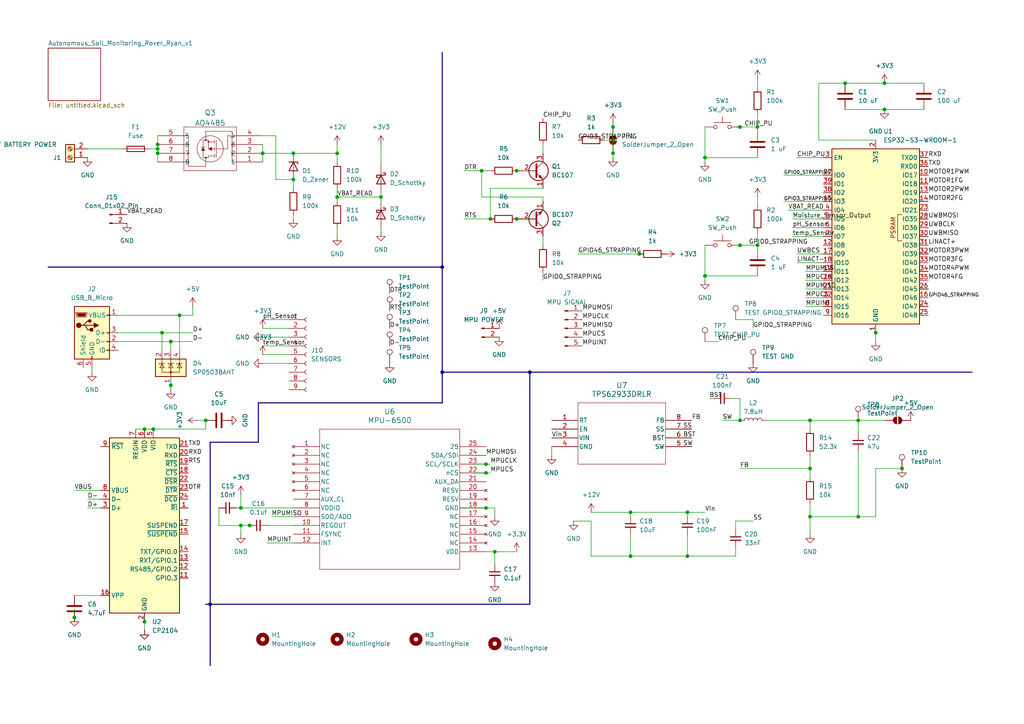
<source format=kicad_sch>
(kicad_sch (version 20231120) (generator "eeschema") (generator_version "8.0")
  (paper "A4")
  (junction (at 45.72 41.91))
  (junction (at 204.47 80.01))
  (junction (at 182.88 161.29))
  (junction (at 49.53 99.06))
  (junction (at 41.91 180.34))
  (junction (at 199.39 148.59))
  (junction (at 149.86 63.5))
  (junction (at 149.86 49.53))
  (junction (at 256.54 24.13))
  (junction (at 142.24 63.5))
  (junction (at 185.42 73.66))
  (junction (at 214.63 121.92))
  (junction (at 52.07 91.44))
  (junction (at 110.49 57.15))
  (junction (at 139.7 49.53))
  (junction (at 153.67 107.95))
  (junction (at 254 96.52))
  (junction (at 219.71 36.83))
  (junction (at 45.72 43.18))
  (junction (at 85.09 44.45))
  (junction (at 248.92 121.92))
  (junction (at 128.27 77.47))
  (junction (at 69.85 147.32))
  (junction (at 140.97 134.62))
  (junction (at 245.11 24.13))
  (junction (at 261.62 135.89))
  (junction (at 219.71 71.12))
  (junction (at 234.95 149.86))
  (junction (at 41.91 124.46))
  (junction (at 59.69 121.92))
  (junction (at 177.8 44.45))
  (junction (at 69.85 152.4))
  (junction (at 177.8 40.64))
  (junction (at 234.95 121.92))
  (junction (at 21.59 179.07))
  (junction (at 44.45 124.46))
  (junction (at 234.95 135.89))
  (junction (at 204.47 45.72))
  (junction (at 177.8 36.83))
  (junction (at 49.53 111.76))
  (junction (at 214.63 36.83))
  (junction (at 182.88 148.59))
  (junction (at 60.96 175.26))
  (junction (at 76.2 44.45))
  (junction (at 128.27 107.95))
  (junction (at 46.99 96.52))
  (junction (at 140.97 137.16))
  (junction (at 140.97 147.32))
  (junction (at 248.92 149.86))
  (junction (at 199.39 161.29))
  (junction (at 214.63 71.12))
  (junction (at 97.79 44.45))
  (junction (at 143.51 160.02))
  (junction (at 97.79 57.15))
  (junction (at 85.09 52.07))
  (junction (at 72.39 152.4))
  (junction (at 256.54 31.75))
  (junction (at 45.72 44.45))
  (wire (pts (xy 134.62 49.53) (xy 139.7 49.53)))
  (wire (pts (xy 204.47 45.72) (xy 204.47 46.99)))
  (wire (pts (xy 157.48 57.15) (xy 157.48 58.42)))
  (wire (pts (xy 233.68 88.9) (xy 238.76 88.9)))
  (wire (pts (xy 229.87 63.5) (xy 238.76 63.5)))
  (wire (pts (xy 231.14 45.72) (xy 238.76 45.72)))
  (wire (pts (xy 137.16 137.16) (xy 140.97 137.16)))
  (bus (pts (xy 128.27 116.84) (xy 128.27 107.95)))
  (wire (pts (xy 213.36 161.29) (xy 213.36 158.75)))
  (wire (pts (xy 177.8 35.56) (xy 177.8 36.83)))
  (wire (pts (xy 49.53 99.06) (xy 49.53 101.6)))
  (wire (pts (xy 234.95 135.89) (xy 234.95 138.43)))
  (wire (pts (xy 45.72 44.45) (xy 45.72 46.99)))
  (wire (pts (xy 204.47 80.01) (xy 204.47 81.28)))
  (wire (pts (xy 254 149.86) (xy 254 135.89)))
  (wire (pts (xy 212.09 115.57) (xy 214.63 115.57)))
  (wire (pts (xy 143.51 147.32) (xy 143.51 149.86)))
  (wire (pts (xy 219.71 36.83) (xy 219.71 38.1)))
  (wire (pts (xy 182.88 148.59) (xy 199.39 148.59)))
  (wire (pts (xy 204.47 45.72) (xy 219.71 45.72)))
  (wire (pts (xy 69.85 152.4) (xy 69.85 154.94)))
  (wire (pts (xy 76.2 102.87) (xy 83.82 102.87)))
  (wire (pts (xy 218.44 92.71) (xy 218.44 95.25)))
  (wire (pts (xy 157.48 78.74) (xy 157.48 81.28)))
  (wire (pts (xy 21.59 179.07) (xy 21.59 180.34)))
  (wire (pts (xy 76.2 105.41) (xy 83.82 105.41)))
  (wire (pts (xy 157.48 41.91) (xy 157.48 44.45)))
  (wire (pts (xy 110.49 41.91) (xy 110.49 48.26)))
  (wire (pts (xy 41.91 124.46) (xy 44.45 124.46)))
  (bus (pts (xy 13.97 77.47) (xy 128.27 77.47)))
  (wire (pts (xy 73.66 152.4) (xy 72.39 152.4)))
  (wire (pts (xy 248.92 130.81) (xy 248.92 149.86)))
  (wire (pts (xy 52.07 91.44) (xy 55.88 91.44)))
  (wire (pts (xy 63.5 147.32) (xy 63.5 152.4)))
  (bus (pts (xy 74.93 116.84) (xy 128.27 116.84)))
  (wire (pts (xy 204.47 36.83) (xy 204.47 45.72)))
  (wire (pts (xy 198.12 124.46) (xy 200.66 124.46)))
  (wire (pts (xy 154.94 49.53) (xy 149.86 49.53)))
  (wire (pts (xy 213.36 151.13) (xy 218.44 151.13)))
  (wire (pts (xy 233.68 83.82) (xy 238.76 83.82)))
  (wire (pts (xy 219.71 22.86) (xy 219.71 25.4)))
  (wire (pts (xy 227.33 58.42) (xy 238.76 58.42)))
  (wire (pts (xy 85.09 52.07) (xy 85.09 54.61)))
  (bus (pts (xy 153.67 107.95) (xy 153.67 175.26)))
  (wire (pts (xy 76.2 41.91) (xy 76.2 44.45)))
  (wire (pts (xy 198.12 127) (xy 200.66 127)))
  (wire (pts (xy 46.99 96.52) (xy 46.99 101.6)))
  (wire (pts (xy 248.92 121.92) (xy 256.54 121.92)))
  (wire (pts (xy 229.87 68.58) (xy 238.76 68.58)))
  (wire (pts (xy 41.91 180.34) (xy 41.91 182.88)))
  (wire (pts (xy 204.47 99.06) (xy 208.28 99.06)))
  (wire (pts (xy 213.36 71.12) (xy 214.63 71.12)))
  (wire (pts (xy 45.72 43.18) (xy 45.72 44.45)))
  (wire (pts (xy 85.09 44.45) (xy 97.79 44.45)))
  (wire (pts (xy 143.51 160.02) (xy 149.86 160.02)))
  (wire (pts (xy 139.7 49.53) (xy 142.24 49.53)))
  (wire (pts (xy 49.53 99.06) (xy 55.88 99.06)))
  (wire (pts (xy 85.09 49.53) (xy 85.09 52.07)))
  (wire (pts (xy 76.2 92.71) (xy 83.82 92.71)))
  (wire (pts (xy 171.45 148.59) (xy 182.88 148.59)))
  (wire (pts (xy 25.4 147.32) (xy 29.21 147.32)))
  (wire (pts (xy 25.4 43.18) (xy 35.56 43.18)))
  (wire (pts (xy 97.79 57.15) (xy 97.79 58.42)))
  (wire (pts (xy 80.01 52.07) (xy 85.09 52.07)))
  (wire (pts (xy 209.55 121.92) (xy 214.63 121.92)))
  (wire (pts (xy 76.2 44.45) (xy 76.2 46.99)))
  (wire (pts (xy 97.79 54.61) (xy 97.79 57.15)))
  (wire (pts (xy 254 135.89) (xy 261.62 135.89)))
  (wire (pts (xy 234.95 146.05) (xy 234.95 149.86)))
  (wire (pts (xy 204.47 71.12) (xy 204.47 80.01)))
  (wire (pts (xy 233.68 86.36) (xy 238.76 86.36)))
  (wire (pts (xy 177.8 44.45) (xy 177.8 45.72)))
  (wire (pts (xy 97.79 44.45) (xy 97.79 41.91)))
  (wire (pts (xy 49.53 109.22) (xy 49.53 111.76)))
  (wire (pts (xy 157.48 68.58) (xy 157.48 71.12)))
  (wire (pts (xy 110.49 58.42) (xy 110.49 57.15)))
  (wire (pts (xy 43.18 43.18) (xy 45.72 43.18)))
  (wire (pts (xy 256.54 24.13) (xy 256.54 22.86)))
  (wire (pts (xy 199.39 148.59) (xy 199.39 149.86)))
  (wire (pts (xy 76.2 100.33) (xy 83.82 100.33)))
  (wire (pts (xy 222.25 121.92) (xy 234.95 121.92)))
  (wire (pts (xy 34.29 99.06) (xy 49.53 99.06)))
  (wire (pts (xy 248.92 121.92) (xy 248.92 125.73)))
  (wire (pts (xy 219.71 57.15) (xy 219.71 59.69)))
  (wire (pts (xy 227.33 50.8) (xy 238.76 50.8)))
  (wire (pts (xy 134.62 63.5) (xy 142.24 63.5)))
  (wire (pts (xy 143.51 160.02) (xy 143.51 163.83)))
  (wire (pts (xy 199.39 148.59) (xy 204.47 148.59)))
  (wire (pts (xy 59.69 121.92) (xy 59.69 124.46)))
  (wire (pts (xy 237.49 40.64) (xy 254 40.64)))
  (wire (pts (xy 140.97 147.32) (xy 143.51 147.32)))
  (wire (pts (xy 228.6 60.96) (xy 238.76 60.96)))
  (wire (pts (xy 160.02 129.54) (xy 160.02 132.08)))
  (wire (pts (xy 57.15 121.92) (xy 59.69 121.92)))
  (bus (pts (xy 60.96 175.26) (xy 60.96 193.04)))
  (wire (pts (xy 245.11 24.13) (xy 256.54 24.13)))
  (wire (pts (xy 21.59 172.72) (xy 29.21 172.72)))
  (wire (pts (xy 234.95 121.92) (xy 234.95 124.46)))
  (wire (pts (xy 175.26 40.64) (xy 177.8 40.64)))
  (wire (pts (xy 248.92 149.86) (xy 234.95 149.86)))
  (wire (pts (xy 182.88 148.59) (xy 182.88 149.86)))
  (wire (pts (xy 52.07 101.6) (xy 52.07 91.44)))
  (wire (pts (xy 237.49 24.13) (xy 237.49 40.64)))
  (wire (pts (xy 234.95 121.92) (xy 248.92 121.92)))
  (wire (pts (xy 133.35 147.32) (xy 140.97 147.32)))
  (bus (pts (xy 128.27 15.24) (xy 128.27 77.47)))
  (wire (pts (xy 97.79 44.45) (xy 97.79 46.99)))
  (wire (pts (xy 139.7 57.15) (xy 157.48 57.15)))
  (wire (pts (xy 219.71 71.12) (xy 219.71 67.31)))
  (wire (pts (xy 21.59 142.24) (xy 29.21 142.24)))
  (wire (pts (xy 68.58 147.32) (xy 69.85 147.32)))
  (wire (pts (xy 69.85 143.51) (xy 69.85 147.32)))
  (wire (pts (xy 219.71 71.12) (xy 219.71 72.39)))
  (wire (pts (xy 139.7 49.53) (xy 139.7 57.15)))
  (wire (pts (xy 186.69 73.66) (xy 185.42 73.66)))
  (wire (pts (xy 256.54 24.13) (xy 267.97 24.13)))
  (wire (pts (xy 110.49 55.88) (xy 110.49 57.15)))
  (wire (pts (xy 67.31 121.92) (xy 66.04 121.92)))
  (wire (pts (xy 199.39 161.29) (xy 213.36 161.29)))
  (wire (pts (xy 77.47 152.4) (xy 85.09 152.4)))
  (wire (pts (xy 234.95 149.86) (xy 234.95 154.94)))
  (wire (pts (xy 140.97 160.02) (xy 143.51 160.02)))
  (wire (pts (xy 205.74 115.57) (xy 207.01 115.57)))
  (wire (pts (xy 55.88 91.44) (xy 55.88 88.9)))
  (wire (pts (xy 78.74 149.86) (xy 85.09 149.86)))
  (wire (pts (xy 137.16 134.62) (xy 140.97 134.62)))
  (bus (pts (xy 153.67 107.95) (xy 281.94 107.95)))
  (wire (pts (xy 77.47 157.48) (xy 85.09 157.48)))
  (wire (pts (xy 110.49 66.04) (xy 110.49 67.31)))
  (wire (pts (xy 34.29 96.52) (xy 46.99 96.52)))
  (wire (pts (xy 76.2 95.25) (xy 83.82 95.25)))
  (wire (pts (xy 25.4 144.78) (xy 29.21 144.78)))
  (wire (pts (xy 45.72 39.37) (xy 45.72 41.91)))
  (bus (pts (xy 74.93 128.27) (xy 74.93 116.84)))
  (wire (pts (xy 171.45 161.29) (xy 182.88 161.29)))
  (wire (pts (xy 233.68 78.74) (xy 238.76 78.74)))
  (wire (pts (xy 229.87 66.04) (xy 238.76 66.04)))
  (wire (pts (xy 26.67 106.68) (xy 26.67 107.95)))
  (wire (pts (xy 63.5 152.4) (xy 69.85 152.4)))
  (bus (pts (xy 60.96 128.27) (xy 60.96 175.26)))
  (wire (pts (xy 198.12 129.54) (xy 200.66 129.54)))
  (wire (pts (xy 167.64 73.66) (xy 185.42 73.66)))
  (wire (pts (xy 41.91 179.07) (xy 41.91 180.34)))
  (bus (pts (xy 128.27 77.47) (xy 128.27 107.95)))
  (wire (pts (xy 34.29 91.44) (xy 52.07 91.44)))
  (wire (pts (xy 204.47 80.01) (xy 219.71 80.01)))
  (wire (pts (xy 214.63 71.12) (xy 219.71 71.12)))
  (wire (pts (xy 177.8 40.64) (xy 177.8 44.45)))
  (wire (pts (xy 137.16 132.08) (xy 140.97 132.08)))
  (wire (pts (xy 142.24 54.61) (xy 142.24 63.5)))
  (wire (pts (xy 177.8 36.83) (xy 177.8 40.64)))
  (bus (pts (xy 59.69 175.26) (xy 60.96 175.26)))
  (wire (pts (xy 213.36 92.71) (xy 218.44 92.71)))
  (wire (pts (xy 214.63 135.89) (xy 234.95 135.89)))
  (wire (pts (xy 45.72 41.91) (xy 45.72 43.18)))
  (wire (pts (xy 72.39 152.4) (xy 69.85 152.4)))
  (wire (pts (xy 182.88 161.29) (xy 199.39 161.29)))
  (wire (pts (xy 46.99 96.52) (xy 55.88 96.52)))
  (wire (pts (xy 69.85 147.32) (xy 85.09 147.32)))
  (bus (pts (xy 60.96 175.26) (xy 153.67 175.26)))
  (wire (pts (xy 97.79 57.15) (xy 110.49 57.15)))
  (wire (pts (xy 254 96.52) (xy 254 99.06)))
  (wire (pts (xy 219.71 36.83) (xy 219.71 33.02)))
  (wire (pts (xy 214.63 115.57) (xy 214.63 121.92)))
  (wire (pts (xy 21.59 176.53) (xy 21.59 179.07)))
  (wire (pts (xy 234.95 132.08) (xy 234.95 135.89)))
  (wire (pts (xy 214.63 36.83) (xy 219.71 36.83)))
  (wire (pts (xy 76.2 44.45) (xy 85.09 44.45)))
  (wire (pts (xy 231.14 76.2) (xy 238.76 76.2)))
  (wire (pts (xy 182.88 154.94) (xy 182.88 161.29)))
  (wire (pts (xy 85.09 62.23) (xy 85.09 63.5)))
  (wire (pts (xy 97.79 66.04) (xy 97.79 68.58)))
  (wire (pts (xy 199.39 154.94) (xy 199.39 161.29)))
  (wire (pts (xy 256.54 31.75) (xy 267.97 31.75)))
  (wire (pts (xy 80.01 39.37) (xy 80.01 52.07)))
  (wire (pts (xy 248.92 149.86) (xy 254 149.86)))
  (wire (pts (xy 149.86 63.5) (xy 154.94 63.5)))
  (wire (pts (xy 76.2 39.37) (xy 80.01 39.37)))
  (bus (pts (xy 60.96 128.27) (xy 74.93 128.27)))
  (wire (pts (xy 166.37 151.13) (xy 171.45 151.13)))
  (wire (pts (xy 237.49 24.13) (xy 245.11 24.13)))
  (wire (pts (xy 213.36 36.83) (xy 214.63 36.83)))
  (wire (pts (xy 254 93.98) (xy 254 96.52)))
  (wire (pts (xy 49.53 111.76) (xy 49.53 113.03)))
  (wire (pts (xy 39.37 124.46) (xy 41.91 124.46)))
  (wire (pts (xy 231.14 73.66) (xy 238.76 73.66)))
  (bus (pts (xy 128.27 107.95) (xy 153.67 107.95)))
  (wire (pts (xy 140.97 137.16) (xy 142.24 137.16)))
  (wire (pts (xy 157.48 54.61) (xy 142.24 54.61)))
  (wire (pts (xy 140.97 134.62) (xy 142.24 134.62)))
  (wire (pts (xy 44.45 124.46) (xy 59.69 124.46)))
  (wire (pts (xy 171.45 151.13) (xy 171.45 161.29)))
  (wire (pts (xy 76.2 97.79) (xy 83.82 97.79)))
  (wire (pts (xy 233.68 81.28) (xy 238.76 81.28)))
  (wire (pts (xy 213.36 153.67) (xy 213.36 151.13)))
  (wire (pts (xy 245.11 31.75) (xy 256.54 31.75)))
  (label "VBAT_READ" (at 36.83 62.23 0))
  (label "GPIO0_STRAPPING" (at 217.17 71.12 0))
  (label "MPUMOSI" (at 140.97 132.08 0))
  (label "RXD" (at 54.61 132.08 0))
  (label "MPUMISO" (at 233.68 83.82 0))
  (label "UWBMOSI" (at 269.24 63.5 0))
  (label "temp_Sensor" (at 76.2 100.33 0))
  (label "MOTOR4FG" (at 269.24 81.28 0))
  (label "D+" (at 113.03 95.25 0))
  (label "MPUINT" (at 233.68 88.9 0))
  (label "BST" (at 205.74 115.57 0))
  (label "FB" (at 200.66 121.92 0))
  (label "TXD" (at 54.61 129.54 0))
  (label "VBAT_READ" (at 228.6 60.96 0))
  (label "MOTOR1FG" (at 269.24 53.34 0))
  (label "CHIP_PU" (at 215.9 36.83 0))
  (label "GPIO46_STRAPPING" (at 167.64 73.66 0))
  (label "RTS" (at 113.03 90.17 0))
  (label "MPUCS" (at 168.91 97.79 0))
  (label "VBAT_READ" (at 97.79 57.15 0))
  (label "LINACT+" (at 269.24 71.12 0))
  (label "SW" (at 198.12 129.54 0))
  (label "D-" (at 55.88 99.06 0))
  (label "MOTOR4PWM" (at 269.24 78.74 0))
  (label "Vin" (at 204.47 148.59 0))
  (label "DTR" (at 113.03 85.09 0))
  (label "LINACT-" (at 231.14 76.2 0))
  (label "RXD" (at 269.24 45.72 0))
  (label "MPUMOSI" (at 233.68 78.74 0))
  (label "MPUMISO" (at 78.74 149.86 0))
  (label "pH_Sensor" (at 76.2 92.71 0))
  (label "TXD" (at 269.24 48.26 0))
  (label "Moisture_Sensor_Output" (at 229.87 63.5 0))
  (label "GPIO46_STRAPPING" (at 269.24 86.36 0) (effects (font (size 1.016 1.016))))
  (label "MPUINT" (at 168.91 100.33 0))
  (label "GPIO0_STRAPPING" (at 227.33 50.8 0) (effects (font (size 1.016 1.016))))
  (label "SS" (at 198.12 124.46 0))
  (label "MPUCS" (at 233.68 86.36 0))
  (label "FB" (at 214.63 135.89 0))
  (label "RTS" (at 54.61 134.62 0))
  (label "GPIO3_STRAPPING" (at 167.64 40.64 0))
  (label "VBUS" (at 21.59 142.24 0))
  (label "UWBCLK" (at 269.24 66.04 0))
  (label "MPUMOSI" (at 168.91 90.17 0))
  (label "D+" (at 25.4 147.32 0))
  (label "MOTOR2PWM" (at 269.24 55.88 0))
  (label "MPUCS" (at 142.24 137.16 0))
  (label "DTR" (at 54.61 142.24 0))
  (label "MOTOR2FG" (at 269.24 58.42 0))
  (label "MOTOR3FG" (at 269.24 76.2 0))
  (label "MOTOR1PWM" (at 269.24 50.8 0))
  (label "DTR" (at 134.62 49.53 0))
  (label "UWBMISO" (at 269.24 68.58 0))
  (label "MPUCLK" (at 142.24 134.62 0))
  (label "MPUMISO" (at 168.91 95.25 0))
  (label "CHIP_PU" (at 157.48 34.29 0))
  (label "RTS" (at 134.62 63.5 0))
  (label "GPIO0_STRAPPING" (at 157.48 81.28 0))
  (label "CHIP_PU" (at 231.14 45.72 0))
  (label "MPUCLK" (at 233.68 81.28 0))
  (label "GPIO3_STRAPPING" (at 227.33 58.42 0) (effects (font (size 1.016 1.016))))
  (label "SS" (at 218.44 151.13 0))
  (label "D+" (at 55.88 96.52 0))
  (label "MOTOR3PWM" (at 269.24 73.66 0))
  (label "SW" (at 209.55 121.92 0))
  (label "pH_Sensor" (at 229.87 66.04 0))
  (label "D-" (at 25.4 144.78 0))
  (label "BST" (at 198.12 127 0))
  (label "MPUCLK" (at 168.91 92.71 0))
  (label "GPIO0_STRAPPING" (at 218.44 95.25 0))
  (label "Vin" (at 160.02 127 0))
  (label "MPUINT" (at 77.47 157.48 0))
  (label "CHIP_PU" (at 208.28 99.06 0))
  (label "temp_Sensor" (at 229.87 68.58 0))
  (label "UWBCS" (at 231.14 73.66 0))
  (label "D-" (at 113.03 100.33 0))
  (symbol (lib_id "Device:C") (at 219.71 76.2 0) (unit 1)
    (property "Reference" "C4" (at 223.52 74.9299 0) (effects (justify left)))
    (property "Value" "1 uF" (at 223.52 77.4699 0) (effects (justify left)))
    (property "Footprint" "Capacitor_SMD:C_0805_2012Metric_Pad1.18x1.45mm_HandSolder" (effects (hide yes)))
    (property "Description" "Unpolarized capacitor" (effects (hide yes)))
  )
  (symbol (lib_id "Connector:TestPoint") (at 218.44 105.41 0) (unit 1)
    (property "Reference" "TP9" (at 220.98 100.8379 0) (effects (justify left)))
    (property "Value" "TEST GND" (at 220.98 103.3779 0) (effects (justify left)))
    (property "Footprint" "TestPoint:TestPoint_Pad_2.5x2.5mm" (effects (hide yes)))
    (property "Description" "test point" (effects (hide yes)))
  )
  (symbol (lib_id "power:GND") (at 76.2 105.41 270) (unit 1)
    (property "Reference" "#PWR051" (effects (hide yes)))
    (property "Value" "GND" (at 72.39 105.4099 90) (effects (justify right)))
    (property "Description" "Power symbol creates a global label with name \"GND\" , ground" (effects (hide yes)))
  )
  (symbol (lib_id "Device:C") (at 219.71 41.91 0) (unit 1)
    (property "Reference" "C3" (at 223.52 40.6399 0) (effects (justify left)))
    (property "Value" "1 uF" (at 223.52 43.1799 0) (effects (justify left)))
    (property "Footprint" "Capacitor_SMD:C_0805_2012Metric_Pad1.18x1.45mm_HandSolder" (effects (hide yes)))
    (property "Description" "Unpolarized capacitor" (effects (hide yes)))
  )
  (symbol (lib_id "Interface_USB:CP2104") (at 41.91 152.4 0) (unit 1)
    (property "Reference" "U2" (at 44.1041 180.34 0) (effects (justify left)))
    (property "Value" "CP2104" (at 44.1041 182.88 0) (effects (justify left)))
    (property "Footprint" "Package_DFN_QFN:QFN-24-1EP_4x4mm_P0.5mm_EP2.6x2.6mm" (effects (hide yes)))
    (property "Datasheet" "https://www.silabs.com/documents/public/data-sheets/cp2104.pdf" (effects (hide yes)))
    (property "Description" "Single-Chip USB-to-UART Bridge, USB 2.0 Full-Speed, 2Mbps UART, QFN-24" (effects (hide yes)))
  )
  (symbol (lib_id "Device:R") (at 146.05 49.53 270) (unit 1)
    (property "Reference" "R5" (at 146.05 43.18 90))
    (property "Value" "10k" (at 146.05 45.72 90))
    (property "Footprint" "Resistor_SMD:R_0805_2012Metric_Pad1.20x1.40mm_HandSolder" (effects (hide yes)))
    (property "Description" "Resistor" (effects (hide yes)))
  )
  (symbol (lib_id "power:GND") (at 143.51 168.91 0) (unit 1)
    (property "Reference" "#PWR055" (effects (hide yes)))
    (property "Value" "GND" (at 143.51 173.99 0))
    (property "Description" "Power symbol creates a global label with name \"GND\" , ground" (effects (hide yes)))
  )
  (symbol (lib_id "Transistor_BJT:BC107") (at 154.94 63.5 0) (mirror x) (unit 1)
    (property "Reference" "Q2" (at 160.02 64.7701 0) (effects (justify left)))
    (property "Value" "BC107" (at 160.02 62.2301 0) (effects (justify left)))
    (property "Footprint" "Package_TO_SOT_THT:TO-18-3" (effects (hide yes)))
    (property "Datasheet" "http://www.b-kainka.de/Daten/Transistor/BC108.pdf" (effects (hide yes)))
    (property "Description" "0.1A Ic, 50V Vce, Low Noise General Purpose NPN Transistor, TO-18" (effects (hide yes)))
  )
  (symbol (lib_id "power:GND") (at 204.47 46.99 0) (unit 1)
    (property "Reference" "#PWR04" (effects (hide yes)))
    (property "Value" "GND" (at 204.47 52.07 0))
    (property "Description" "Power symbol creates a global label with name \"GND\" , ground" (effects (hide yes)))
  )
  (symbol (lib_id "Device:C_Small") (at 248.92 128.27 0) (unit 1)
    (property "Reference" "C22" (at 251.46 127.0062 0) (effects (justify left)))
    (property "Value" "47u" (at 251.46 129.5462 0) (effects (justify left)))
    (property "Footprint" "Capacitor_SMD:C_0805_2012Metric_Pad1.18x1.45mm_HandSolder" (effects (hide yes)))
    (property "Description" "Unpolarized capacitor, small symbol" (effects (hide yes)))
  )
  (symbol (lib_id "power:GND") (at 143.51 149.86 0) (unit 1)
    (property "Reference" "#PWR056" (effects (hide yes)))
    (property "Value" "GND" (at 143.51 154.94 0))
    (property "Description" "Power symbol creates a global label with name \"GND\" , ground" (effects (hide yes)))
  )
  (symbol (lib_id "power:+3V3") (at 76.2 102.87 0) (unit 1)
    (property "Reference" "#PWR070" (effects (hide yes)))
    (property "Value" "+3V3" (at 76.2 97.79 0))
    (property "Description" "Power symbol creates a global label with name \"+3V3\"" (effects (hide yes)))
  )
  (symbol (lib_id "power:+3V3") (at 177.8 35.56 0) (unit 1)
    (property "Reference" "#PWR08" (effects (hide yes)))
    (property "Value" "+3V3" (at 177.8 30.48 0))
    (property "Description" "Power symbol creates a global label with name \"+3V3\"" (effects (hide yes)))
  )
  (symbol (lib_id "MPU6500:MPU-6500") (at 85.09 129.54 0) (unit 1)
    (property "Reference" "U6" (at 113.03 119.38 0) (effects (font (size 1.524 1.524))))
    (property "Value" "MPU-6500" (at 113.03 121.92 0) (effects (font (size 1.524 1.524))))
    (property "Footprint" "MPU6500:QFN24_3X3X0P9_IVS" (effects (hide yes)))
    (property "Datasheet" "MPU-6500" (effects (hide yes)))
  )
  (symbol (lib_id "Device:L") (at 218.44 121.92 90) (unit 1)
    (property "Reference" "L2" (at 218.44 116.84 90))
    (property "Value" "7.8uH" (at 218.44 119.38 90))
    (property "Footprint" "Inductor_Custom:Inductor_Custom" (effects (hide yes)))
    (property "Description" "Inductor" (effects (hide yes)))
  )
  (symbol (lib_id "power:GND") (at 218.44 105.41 0) (unit 1)
    (property "Reference" "#PWR078" (effects (hide yes)))
    (property "Value" "GND" (at 218.44 110.49 0))
    (property "Description" "Power symbol creates a global label with name \"GND\" , ground" (effects (hide yes)))
  )
  (symbol (lib_id "Connector:TestPoint") (at 113.03 85.09 0) (unit 1)
    (property "Reference" "TP1" (at 115.57 80.5179 0) (effects (justify left)))
    (property "Value" "TestPoint" (at 115.57 83.0579 0) (effects (justify left)))
    (property "Footprint" "TestPoint:TestPoint_Pad_2.5x2.5mm" (effects (hide yes)))
    (property "Description" "test point" (effects (hide yes)))
  )
  (symbol (lib_id "power:+3.3V") (at 149.86 160.02 0) (unit 1)
    (property "Reference" "#PWR057" (effects (hide yes)))
    (property "Value" "+3.3V" (at 149.86 154.94 0))
    (property "Description" "Power symbol creates a global label with name \"+3.3V\"" (effects (hide yes)))
  )
  (symbol (lib_id "power:GND") (at 66.04 121.92 90) (unit 1)
    (property "Reference" "#PWR021" (effects (hide yes)))
    (property "Value" "GND" (at 71.12 121.92 0))
    (property "Description" "Power symbol creates a global label with name \"GND\" , ground" (effects (hide yes)))
  )
  (symbol (lib_id "Connector:Conn_01x09_Socket") (at 88.9 102.87 0) (unit 1)
    (property "Reference" "J10" (at 90.17 101.5999 0) (effects (justify left)))
    (property "Value" "SENSORS" (at 90.17 104.1399 0) (effects (justify left)))
    (property "Footprint" "Connector_PinHeader_2.54mm:PinHeader_1x09_P2.54mm_Vertical" (effects (hide yes)))
    (property "Description" "Generic connector, single row, 01x09, script generated" (effects (hide yes)))
  )
  (symbol (lib_id "Device:C_Small") (at 66.04 147.32 90) (unit 1)
    (property "Reference" "C15" (at 66.0463 140.97 90))
    (property "Value" "10nf" (at 66.0463 143.51 90))
    (property "Footprint" "Capacitor_SMD:C_0805_2012Metric_Pad1.18x1.45mm_HandSolder" (effects (hide yes)))
    (property "Description" "Unpolarized capacitor, small symbol" (effects (hide yes)))
  )
  (symbol (lib_id "Connector:TestPoint") (at 113.03 95.25 0) (unit 1)
    (property "Reference" "TP3" (at 115.57 90.6779 0) (effects (justify left)))
    (property "Value" "TestPoint" (at 115.57 93.2179 0) (effects (justify left)))
    (property "Footprint" "TestPoint:TestPoint_Pad_2.5x2.5mm" (effects (hide yes)))
    (property "Description" "test point" (effects (hide yes)))
  )
  (symbol (lib_id "power:+3V3") (at 57.15 121.92 90) (unit 1)
    (property "Reference" "#PWR022" (effects (hide yes)))
    (property "Value" "+3V3" (at 52.07 121.92 0))
    (property "Description" "Power symbol creates a global label with name \"+3V3\"" (effects (hide yes)))
  )
  (symbol (lib_id "Device:C") (at 21.59 176.53 0) (unit 1)
    (property "Reference" "C6" (at 25.4 175.2599 0) (effects (justify left)))
    (property "Value" "4.7uF" (at 25.4 177.7999 0) (effects (justify left)))
    (property "Footprint" "Capacitor_SMD:C_0805_2012Metric_Pad1.18x1.45mm_HandSolder" (effects (hide yes)))
    (property "Description" "Unpolarized capacitor" (effects (hide yes)))
  )
  (symbol (lib_id "local_symbols:AO4485") (at 76.2 46.99 180) (unit 1)
    (property "Reference" "Q3" (at 60.96 32.6824 0) (effects (font (size 1.524 1.524))))
    (property "Value" "AO4485" (at 60.96 35.6758 0) (effects (font (size 1.524 1.524))))
    (property "Footprint" "AO4485:SO8SOP-8L_AOS" (effects (hide yes)))
    (property "Datasheet" "AO4485" (effects (hide yes)))
  )
  (symbol (lib_id "Device:C_Small") (at 182.88 152.4 0) (unit 1)
    (property "Reference" "C18" (at 185.42 151.1362 0) (effects (justify left)))
    (property "Value" "10uF" (at 185.42 153.6762 0) (effects (justify left)))
    (property "Footprint" "Capacitor_SMD:C_0805_2012Metric_Pad1.18x1.45mm_HandSolder" (effects (hide yes)))
    (property "Description" "Unpolarized capacitor, small symbol" (effects (hide yes)))
  )
  (symbol (lib_id "Switch:SW_Push") (at 209.55 36.83 0) (unit 1)
    (property "Reference" "SW1" (at 209.55 29.21 0))
    (property "Value" "SW_Push" (at 209.55 31.75 0))
    (property "Footprint" "Button_Switch_SMD:SW_DIP_SPSTx01_Slide_Copal_CHS-01A_W5.08mm_P1.27mm_JPin" (effects (hide yes)))
    (property "Description" "Push button switch, generic, two pins" (effects (hide yes)))
  )
  (symbol (lib_id "power:GND") (at 76.2 97.79 270) (unit 1)
    (property "Reference" "#PWR050" (effects (hide yes)))
    (property "Value" "GND" (at 72.39 97.7899 90) (effects (justify right)))
    (property "Description" "Power symbol creates a global label with name \"GND\" , ground" (effects (hide yes)))
  )
  (symbol (lib_id "power:+3V3") (at 219.71 57.15 0) (unit 1)
    (property "Reference" "#PWR07" (effects (hide yes)))
    (property "Value" "+3V3" (at 219.71 52.07 0))
    (property "Description" "Power symbol creates a global label with name \"+3V3\"" (effects (hide yes)))
  )
  (symbol (lib_id "power:+5V") (at 144.78 95.25 0) (unit 1)
    (property "Reference" "#PWR067" (effects (hide yes)))
    (property "Value" "+5V" (at 144.78 90.17 0))
    (property "Description" "Power symbol creates a global label with name \"+5V\"" (effects (hide yes)))
  )
  (symbol (lib_id "power:+5V") (at 55.88 88.9 0) (unit 1)
    (property "Reference" "#PWR018" (effects (hide yes)))
    (property "Value" "+5V" (at 55.88 83.82 0))
    (property "Description" "Power symbol creates a global label with name \"+5V\"" (effects (hide yes)))
  )
  (symbol (lib_id "power:GND") (at 97.79 68.58 0) (unit 1)
    (property "Reference" "#PWR013" (effects (hide yes)))
    (property "Value" "GND" (at 97.79 73.66 0))
    (property "Description" "Power symbol creates a global label with name \"GND\" , ground" (effects (hide yes)))
  )
  (symbol (lib_id "Mechanical:MountingHole") (at 143.51 186.69 0) (unit 1) (exclude_from_sim yes) (in_bom no)
    (property "Reference" "H4" (at 146.05 185.4199 0) (effects (justify left)))
    (property "Value" "MountingHole" (at 146.05 187.9599 0) (effects (justify left)))
    (property "Footprint" "MountingHole:MountingHole_3.2mm_M3" (effects (hide yes)))
    (property "Description" "Mounting Hole without connection" (effects (hide yes)))
  )
  (symbol (lib_id "Device:R") (at 171.45 40.64 270) (unit 1)
    (property "Reference" "R3" (at 171.45 34.29 90))
    (property "Value" "1k" (at 171.45 36.83 90))
    (property "Footprint" "Resistor_SMD:R_0805_2012Metric_Pad1.20x1.40mm_HandSolder" (effects (hide yes)))
    (property "Description" "Resistor" (effects (hide yes)))
  )
  (symbol (lib_id "Connector:Conn_01x02_Pin") (at 31.75 62.23 0) (unit 1)
    (property "Reference" "J15" (at 32.385 57.15 0))
    (property "Value" "Conn_01x02_Pin" (at 32.385 59.69 0))
    (property "Footprint" "TerminalBlock_Phoenix:TerminalBlock_Phoenix_MKDS-1,5-2-5.08_1x02_P5.08mm_Horizontal" (effects (hide yes)))
    (property "Description" "Generic connector, single row, 01x02, script generated" (effects (hide yes)))
  )
  (symbol (lib_id "power:+12V") (at 97.79 41.91 0) (unit 1)
    (property "Reference" "#PWR076" (effects (hide yes)))
    (property "Value" "+12V" (at 97.79 36.83 0))
    (property "Description" "Power symbol creates a global label with name \"+12V\"" (effects (hide yes)))
  )
  (symbol (lib_id "power:GND") (at 234.95 154.94 0) (unit 1)
    (property "Reference" "#PWR059" (effects (hide yes)))
    (property "Value" "GND" (at 234.95 160.02 0))
    (property "Description" "Power symbol creates a global label with name \"GND\" , ground" (effects (hide yes)))
  )
  (symbol (lib_id "Connector:TestPoint") (at 213.36 92.71 0) (unit 1)
    (property "Reference" "TP6" (at 215.9 88.1379 0) (effects (justify left)))
    (property "Value" "TEST GPIO0_STRAPPING" (at 215.9 90.6779 0) (effects (justify left)))
    (property "Footprint" "TestPoint:TestPoint_Pad_2.5x2.5mm" (effects (hide yes)))
    (property "Description" "test point" (effects (hide yes)))
  )
  (symbol (lib_id "Device:R") (at 85.09 58.42 0) (unit 1)
    (property "Reference" "R9" (at 87.63 57.1499 0) (effects (justify left)))
    (property "Value" "100k" (at 87.63 59.6899 0) (effects (justify left)))
    (property "Footprint" "Resistor_SMD:R_0805_2012Metric_Pad1.20x1.40mm_HandSolder" (effects (hide yes)))
    (property "Description" "Resistor" (effects (hide yes)))
  )
  (symbol (lib_id "Device:R") (at 234.95 142.24 0) (unit 1)
    (property "Reference" "R15" (at 237.49 140.9699 0) (effects (justify left)))
    (property "Value" "10k" (at 237.49 143.5099 0) (effects (justify left)))
    (property "Footprint" "Resistor_SMD:R_0805_2012Metric_Pad1.20x1.40mm_HandSolder" (effects (hide yes)))
    (property "Description" "Resistor" (effects (hide yes)))
  )
  (symbol (lib_id "power:GND") (at 160.02 132.08 0) (unit 1)
    (property "Reference" "#PWR058" (effects (hide yes)))
    (property "Value" "GND" (at 160.02 137.16 0))
    (property "Description" "Power symbol creates a global label with name \"GND\" , ground" (effects (hide yes)))
  )
  (symbol (lib_id "Device:R") (at 157.48 74.93 180) (unit 1)
    (property "Reference" "R8" (at 160.02 73.6599 0) (effects (justify right)))
    (property "Value" "10k" (at 160.02 76.1999 0) (effects (justify right)))
    (property "Footprint" "Resistor_SMD:R_0805_2012Metric_Pad1.20x1.40mm_HandSolder" (effects (hide yes)))
    (property "Description" "Resistor" (effects (hide yes)))
  )
  (symbol (lib_id "power:+3V3") (at 76.2 95.25 0) (unit 1)
    (property "Reference" "#PWR069" (effects (hide yes)))
    (property "Value" "+3V3" (at 76.2 90.17 0))
    (property "Description" "Power symbol creates a global label with name \"+3V3\"" (effects (hide yes)))
  )
  (symbol (lib_id "Device:C") (at 267.97 27.94 0) (unit 1)
    (property "Reference" "C2" (at 271.78 26.6699 0) (effects (justify left)))
    (property "Value" "100 uF" (at 271.78 29.2099 0) (effects (justify left)))
    (property "Footprint" "Capacitor_SMD:C_0805_2012Metric_Pad1.18x1.45mm_HandSolder" (effects (hide yes)))
    (property "Description" "Unpolarized capacitor" (effects (hide yes)))
  )
  (symbol (lib_id "power:GND") (at 113.03 105.41 0) (unit 1)
    (property "Reference" "#PWR077" (effects (hide yes)))
    (property "Value" "GND" (at 113.03 110.49 0))
    (property "Description" "Power symbol creates a global label with name \"GND\" , ground" (effects (hide yes)))
  )
  (symbol (lib_id "Switch:SW_Push") (at 209.55 71.12 0) (unit 1)
    (property "Reference" "SW2" (at 209.55 63.5 0))
    (property "Value" "SW_Push" (at 209.55 66.04 0))
    (property "Footprint" "Button_Switch_SMD:SW_DIP_SPSTx01_Slide_Copal_CHS-01A_W5.08mm_P1.27mm_JPin" (effects (hide yes)))
    (property "Description" "Push button switch, generic, two pins" (effects (hide yes)))
  )
  (symbol (lib_id "Mechanical:MountingHole") (at 76.2 185.42 0) (unit 1) (exclude_from_sim yes) (in_bom no)
    (property "Reference" "H1" (at 78.74 184.1499 0) (effects (justify left)))
    (property "Value" "MountingHole" (at 78.74 186.6899 0) (effects (justify left)))
    (property "Footprint" "MountingHole:MountingHole_3.2mm_M3" (effects (hide yes)))
    (property "Description" "Mounting Hole without connection" (effects (hide yes)))
  )
  (symbol (lib_id "power:GND") (at 41.91 182.88 0) (unit 1)
    (property "Reference" "#PWR020" (effects (hide yes)))
    (property "Value" "GND" (at 41.91 187.96 0))
    (property "Description" "Power symbol creates a global label with name \"GND\" , ground" (effects (hide yes)))
  )
  (symbol (lib_id "power:+5V") (at 264.16 121.92 0) (unit 1)
    (property "Reference" "#PWR045" (effects (hide yes)))
    (property "Value" "+5V" (at 264.16 116.84 0))
    (property "Description" "Power symbol creates a global label with name \"+5V\"" (effects (hide yes)))
  )
  (symbol (lib_id "power:GND") (at 261.62 135.89 0) (unit 1)
    (property "Reference" "#PWR043" (effects (hide yes)))
    (property "Value" "GND" (at 261.62 140.97 0))
    (property "Description" "Power symbol creates a global label with name \"GND\" , ground" (effects (hide yes)))
  )
  (symbol (lib_id "Mechanical:MountingHole") (at 120.65 185.42 0) (unit 1) (exclude_from_sim yes) (in_bom no)
    (property "Reference" "H3" (at 123.19 184.1499 0) (effects (justify left)))
    (property "Value" "MountingHole" (at 123.19 186.6899 0) (effects (justify left)))
    (property "Footprint" "MountingHole:MountingHole_3.2mm_M3" (effects (hide yes)))
    (property "Description" "Mounting Hole without connection" (effects (hide yes)))
  )
  (symbol (lib_id "power:+3V3") (at 110.49 41.91 0) (unit 1)
    (property "Reference" "#PWR016" (effects (hide yes)))
    (property "Value" "+3V3" (at 110.49 36.83 0))
    (property "Description" "Power symbol creates a global label with name \"+3V3\"" (effects (hide yes)))
  )
  (symbol (lib_id "Device:Fuse") (at 39.37 43.18 90) (unit 1)
    (property "Reference" "F1" (at 39.37 36.83 90))
    (property "Value" "Fuse" (at 39.37 39.37 90))
    (property "Footprint" "Fuse:Fuseholder_Littelfuse_Nano2_154x" (effects (hide yes)))
    (property "Description" "Fuse" (effects (hide yes)))
  )
  (symbol (lib_id "power:+3V3") (at 193.04 73.66 270) (unit 1)
    (property "Reference" "#PWR010" (effects (hide yes)))
    (property "Value" "+3V3" (at 196.85 73.6599 90) (effects (justify left)))
    (property "Description" "Power symbol creates a global label with name \"+3V3\"" (effects (hide yes)))
  )
  (symbol (lib_id "Transistor_BJT:BC107") (at 154.94 49.53 0) (unit 1)
    (property "Reference" "Q1" (at 160.02 48.2599 0) (effects (justify left)))
    (property "Value" "BC107" (at 160.02 50.7999 0) (effects (justify left)))
    (property "Footprint" "Package_TO_SOT_THT:TO-18-3" (effects (hide yes)))
    (property "Datasheet" "http://www.b-kainka.de/Daten/Transistor/BC108.pdf" (effects (hide yes)))
    (property "Description" "0.1A Ic, 50V Vce, Low Noise General Purpose NPN Transistor, TO-18" (effects (hide yes)))
  )
  (symbol (lib_id "power:+3V3") (at 256.54 24.13 0) (unit 1)
    (property "Reference" "#PWR02" (effects (hide yes)))
    (property "Value" "+3V3" (at 256.54 19.05 0))
    (property "Description" "Power symbol creates a global label with name \"+3V3\"" (effects (hide yes)))
  )
  (symbol (lib_id "power:GND") (at 41.91 182.88 0) (unit 1)
    (property "Reference" "#PWR023" (effects (hide yes)))
    (property "Value" "GND" (at 41.91 187.96 0))
    (property "Description" "Power symbol creates a global label with name \"GND\" , ground" (effects (hide yes)))
  )
  (symbol (lib_id "Device:D_Zener") (at 85.09 48.26 270) (unit 1)
    (property "Reference" "D1" (at 87.63 49.5299 90) (effects (justify left)))
    (property "Value" "D_Zener" (at 87.63 52.0699 90) (effects (justify left)))
    (property "Footprint" "Diode_SMD:D_SOD-123" (effects (hide yes)))
    (property "Description" "Zener diode" (effects (hide yes)))
  )
  (symbol (lib_id "power:GND") (at 21.59 179.07 0) (unit 1)
    (property "Reference" "#PWR024" (effects (hide yes)))
    (property "Value" "GND" (at 21.59 184.15 0))
    (property "Description" "Power symbol creates a global label with name \"GND\" , ground" (effects (hide yes)))
  )
  (symbol (lib_id "power:GND") (at 36.83 64.77 0) (unit 1)
    (property "Reference" "#PWR075" (effects (hide yes)))
    (property "Value" "GND" (at 36.83 69.85 0))
    (property "Description" "Power symbol creates a global label with name \"GND\" , ground" (effects (hide yes)))
  )
  (symbol (lib_id "Connector:TestPoint") (at 113.03 90.17 0) (unit 1)
    (property "Reference" "TP2" (at 115.57 85.5979 0) (effects (justify left)))
    (property "Value" "TestPoint" (at 115.57 88.1379 0) (effects (justify left)))
    (property "Footprint" "TestPoint:TestPoint_Pad_2.5x2.5mm" (effects (hide yes)))
    (property "Description" "test point" (effects (hide yes)))
  )
  (symbol (lib_id "Device:R") (at 146.05 63.5 270) (unit 1)
    (property "Reference" "R6" (at 146.05 57.15 90))
    (property "Value" "10k" (at 146.05 59.69 90))
    (property "Footprint" "Resistor_SMD:R_0805_2012Metric_Pad1.20x1.40mm_HandSolder" (effects (hide yes)))
    (property "Description" "Resistor" (effects (hide yes)))
  )
  (symbol (lib_id "Device:C") (at 245.11 27.94 0) (unit 1)
    (property "Reference" "C1" (at 248.92 26.6699 0) (effects (justify left)))
    (property "Value" "10 uF" (at 248.92 29.2099 0) (effects (justify left)))
    (property "Footprint" "Capacitor_SMD:C_0805_2012Metric_Pad1.18x1.45mm_HandSolder" (effects (hide yes)))
    (property "Description" "Unpolarized capacitor" (effects (hide yes)))
  )
  (symbol (lib_id "Device:R") (at 97.79 62.23 0) (unit 1)
    (property "Reference" "R11" (at 100.33 60.9599 0) (effects (justify left)))
    (property "Value" "10k" (at 100.33 63.4999 0) (effects (justify left)))
    (property "Footprint" "Resistor_SMD:R_0805_2012Metric_Pad1.20x1.40mm_HandSolder" (effects (hide yes)))
    (property "Description" "Resistor" (effects (hide yes)))
  )
  (symbol (lib_id "power:+3V3") (at 219.71 22.86 0) (unit 1)
    (property "Reference" "#PWR05" (effects (hide yes)))
    (property "Value" "+3V3" (at 219.71 17.78 0))
    (property "Description" "Power symbol creates a global label with name \"+3V3\"" (effects (hide yes)))
  )
  (symbol (lib_id "Jumper:SolderJumper_2_Open") (at 260.35 121.92 0) (unit 1) (exclude_from_sim yes) (in_bom no)
    (property "Reference" "JP2" (at 260.35 115.57 0))
    (property "Value" "SolderJumper_2_Open" (at 260.35 118.11 0))
    (property "Footprint" "Jumper:SolderJumper-2_P1.3mm_Open_RoundedPad1.0x1.5mm" (effects (hide yes)))
    (property "Description" "Solder Jumper, 2-pole, open" (effects (hide yes)))
  )
  (symbol (lib_id "Device:R") (at 234.95 128.27 0) (unit 1)
    (property "Reference" "R14" (at 237.49 126.9999 0) (effects (justify left)))
    (property "Value" "52.3k" (at 237.49 129.5399 0) (effects (justify left)))
    (property "Footprint" "Resistor_SMD:R_0805_2012Metric_Pad1.20x1.40mm_HandSolder" (effects (hide yes)))
    (property "Description" "Resistor" (effects (hide yes)))
  )
  (symbol (lib_id "Connector:Screw_Terminal_01x02") (at 20.32 45.72 180) (unit 1)
    (property "Reference" "J1" (at 17.78 45.7201 0) (effects (justify left)))
    (property "Value" "12V BATTERY POWER" (at 16.51 41.9101 0) (effects (justify left)))
    (property "Footprint" "TerminalBlock_Phoenix:TerminalBlock_Phoenix_MKDS-1,5-2-5.08_1x02_P5.08mm_Horizontal" (effects (hide yes)))
    (property "Description" "Generic screw terminal, single row, 01x02, script generated (kicad-library-utils/schlib/autogen/connector/)" (effects (hide yes)))
  )
  (symbol (lib_id "Connector:Conn_01x05_Pin") (at 163.83 95.25 0) (unit 1)
    (property "Reference" "J7" (at 164.465 85.09 0))
    (property "Value" "MPU SIGNAL" (at 164.465 87.63 0))
    (property "Footprint" "TerminalBlock_Phoenix:TerminalBlock_Phoenix_MKDS-1,5-5-5.08_1x05_P5.08mm_Horizontal" (effects (hide yes)))
    (property "Description" "Generic connector, single row, 01x05, script generated" (effects (hide yes)))
  )
  (symbol (lib_id "RF_Module:ESP32-S3-WROOM-1") (at 254 68.58 0) (unit 1)
    (property "Reference" "U1" (at 256.1941 38.1 0) (effects (justify left)))
    (property "Value" "ESP32-S3-WROOM-1" (at 256.1941 40.64 0) (effects (justify left)))
    (property "Footprint" "RF_Module:ESP32-S3-WROOM-1" (effects (hide yes)))
    (property "Datasheet" "https://www.espressif.com/sites/default/files/documentation/esp32-s3-wroom-1_wroom-1u_datasheet_en.pdf" (effects (hide yes)))
    (property "Description" "RF Module, ESP32-S3 SoC, Wi-Fi 802.11b/g/n, Bluetooth, BLE, 32-bit, 3.3V, onboard antenna, SMD" (effects (hide yes)))
  )
  (symbol (lib_id "Connector:TestPoint") (at 204.47 99.06 0) (unit 1)
    (property "Reference" "TP7" (at 207.01 94.4879 0) (effects (justify left)))
    (property "Value" "TEST CHIP_PU" (at 207.01 97.0279 0) (effects (justify left)))
    (property "Footprint" "TestPoint:TestPoint_Pad_2.5x2.5mm" (effects (hide yes)))
    (property "Description" "test point" (effects (hide yes)))
  )
  (symbol (lib_id "power:+12V") (at 171.45 148.59 0) (unit 1)
    (property "Reference" "#PWR044" (effects (hide yes)))
    (property "Value" "+12V" (at 171.45 143.51 0))
    (property "Description" "Power symbol creates a global label with name \"+12V\"" (effects (hide yes)))
  )
  (symbol (lib_id "power:GND") (at 256.54 31.75 0) (unit 1)
    (property "Reference" "#PWR03" (effects (hide yes)))
    (property "Value" "GND" (at 254 38.1 0))
    (property "Description" "Power symbol creates a global label with name \"GND\" , ground" (effects (hide yes)))
  )
  (symbol (lib_id "power:GND") (at 204.47 81.28 0) (unit 1)
    (property "Reference" "#PWR06" (effects (hide yes)))
    (property "Value" "GND" (at 204.47 86.36 0))
    (property "Description" "Power symbol creates a global label with name \"GND\" , ground" (effects (hide yes)))
  )
  (symbol (lib_id "Mechanical:MountingHole") (at 97.79 185.42 0) (unit 1) (exclude_from_sim yes) (in_bom no)
    (property "Reference" "H2" (at 100.33 184.1499 0) (effects (justify left)))
    (property "Value" "MountingHole" (at 100.33 186.6899 0) (effects (justify left)))
    (property "Footprint" "MountingHole:MountingHole_3.2mm_M3" (effects (hide yes)))
    (property "Description" "Mounting Hole without connection" (effects (hide yes)))
  )
  (symbol (lib_id "Connector:USB_B_Micro") (at 26.67 96.52 0) (unit 1)
    (property "Reference" "J2" (at 26.67 83.82 0))
    (property "Value" "USB_B_Micro" (at 26.67 86.36 0))
    (property "Footprint" "Connector_USB:USB_Micro-B_Molex_47346-0001" (effects (hide yes)))
    (property "Description" "USB Micro Type B connector" (effects (hide yes)))
  )
  (symbol (lib_id "Device:C_Small") (at 199.39 152.4 0) (unit 1)
    (property "Reference" "C19" (at 201.93 151.1362 0) (effects (justify left)))
    (property "Value" "100nF" (at 201.93 153.6762 0) (effects (justify left)))
    (property "Footprint" "Capacitor_SMD:C_0805_2012Metric_Pad1.18x1.45mm_HandSolder" (effects (hide yes)))
    (property "Description" "Unpolarized capacitor, small symbol" (effects (hide yes)))
  )
  (symbol (lib_id "Device:R") (at 189.23 73.66 270) (unit 1)
    (property "Reference" "R4" (at 189.23 67.31 90))
    (property "Value" "1k" (at 189.23 69.85 90))
    (property "Footprint" "Resistor_SMD:R_0805_2012Metric_Pad1.20x1.40mm_HandSolder" (effects (hide yes)))
    (property "Description" "Resistor" (effects (hide yes)))
  )
  (symbol (lib_id "Connector:TestPoint") (at 261.62 135.89 0) (unit 1)
    (property "Reference" "TP10" (at 264.16 131.3179 0) (effects (justify left)))
    (property "Value" "TestPoint" (at 264.16 133.8579 0) (effects (justify left)))
    (property "Footprint" "TestPoint:TestPoint_Pad_2.5x2.5mm" (effects (hide yes)))
    (property "Description" "test point" (effects (hide yes)))
  )
  (symbol (lib_id "Device:C_Small") (at 143.51 166.37 0) (unit 1)
    (property "Reference" "C17" (at 146.05 165.1062 0) (effects (justify left)))
    (property "Value" "0.1uf" (at 146.05 167.6462 0) (effects (justify left)))
    (property "Footprint" "Capacitor_SMD:C_0805_2012Metric_Pad1.18x1.45mm_HandSolder" (effects (hide yes)))
    (property "Description" "Unpolarized capacitor, small symbol" (effects (hide yes)))
  )
  (symbol (lib_id "Device:D_Schottky") (at 110.49 62.23 270) (unit 1)
    (property "Reference" "D3" (at 113.03 60.6424 90) (effects (justify left)))
    (property "Value" "D_Schottky" (at 113.03 63.1824 90) (effects (justify left)))
    (property "Footprint" "Package_TO_SOT_SMD:TSOT-23_HandSoldering" (effects (hide yes)))
    (property "Description" "Schottky diode" (effects (hide yes)))
  )
  (symbol (lib_id "Jumper:SolderJumper_2_Open") (at 177.8 40.64 270) (unit 1) (exclude_from_sim yes) (in_bom no)
    (property "Reference" "JP1" (at 180.34 39.3699 90) (effects (justify left)))
    (property "Value" "SolderJumper_2_Open" (at 180.34 41.9099 90) (effects (justify left)))
    (property "Footprint" "Jumper:SolderJumper-2_P1.3mm_Open_RoundedPad1.0x1.5mm" (effects (hide yes)))
    (property "Description" "Solder Jumper, 2-pole, open" (effects (hide yes)))
  )
  (symbol (lib_id "power:GND") (at 144.78 97.79 0) (unit 1)
    (property "Reference" "#PWR068" (effects (hide yes)))
    (property "Value" "GND" (at 144.78 102.87 0))
    (property "Description" "Power symbol creates a global label with name \"GND\" , ground" (effects (hide yes)))
  )
  (symbol (lib_id "power:GND") (at 110.49 67.31 0) (unit 1)
    (property "Reference" "#PWR012" (effects (hide yes)))
    (property "Value" "GND" (at 110.49 72.39 0))
    (property "Description" "Power symbol creates a global label with name \"GND\" , ground" (effects (hide yes)))
  )
  (symbol (lib_id "Device:C_Small") (at 213.36 156.21 0) (unit 1)
    (property "Reference" "C20" (at 215.9 154.9462 0) (effects (justify left)))
    (property "Value" "33nF" (at 215.9 157.4862 0) (effects (justify left)))
    (property "Footprint" "Capacitor_SMD:C_0805_2012Metric_Pad1.18x1.45mm_HandSolder" (effects (hide yes)))
    (property "Description" "Unpolarized capacitor, small symbol" (effects (hide yes)))
  )
  (symbol (lib_id "Device:R") (at 219.71 29.21 0) (unit 1)
    (property "Reference" "R1" (at 222.25 26.6699 0) (effects (justify left)))
    (property "Value" "100k" (at 222.25 29.2099 0) (effects (justify left)))
    (property "Footprint" "Resistor_SMD:R_0805_2012Metric_Pad1.20x1.40mm_HandSolder" (effects (hide yes)))
    (property "Description" "Resistor" (effects (hide yes)))
  )
  (symbol (lib_id "Device:C_Small") (at 74.93 152.4 90) (unit 1)
    (property "Reference" "C16" (at 74.9363 146.05 90))
    (property "Value" "0.1uf" (at 74.9363 148.59 90))
    (property "Footprint" "Capacitor_SMD:C_0805_2012Metric_Pad1.18x1.45mm_HandSolder" (effects (hide yes)))
    (property "Description" "Unpolarized capacitor, small symbol" (effects (hide yes)))
  )
  (symbol (lib_id "Connector:TestPoint") (at 248.92 121.92 0) (unit 1)
    (property "Reference" "TP8" (at 251.46 117.3479 0) (effects (justify left)))
    (property "Value" "TestPoint" (at 251.46 119.8879 0) (effects (justify left)))
    (property "Footprint" "TestPoint:TestPoint_Pad_2.5x2.5mm" (effects (hide yes)))
    (property "Description" "test point" (effects (hide yes)))
  )
  (symbol (lib_id "Device:R") (at 157.48 38.1 180) (unit 1)
    (property "Reference" "R7" (at 160.02 36.8299 0) (effects (justify right)))
    (property "Value" "10k" (at 160.02 39.3699 0) (effects (justify right)))
    (property "Footprint" "Resistor_SMD:R_0805_2012Metric_Pad1.20x1.40mm_HandSolder" (effects (hide yes)))
    (property "Description" "Resistor" (effects (hide yes)))
  )
  (symbol (lib_id "power:GND") (at 25.4 45.72 0) (unit 1)
    (property "Reference" "#PWR014" (effects (hide yes)))
    (property "Value" "GND" (at 25.4 50.8 0))
    (property "Description" "Power symbol creates a global label with name \"GND\" , ground" (effects (hide yes)))
  )
  (symbol (lib_id "power:GND") (at 166.37 151.13 0) (unit 1)
    (property "Reference" "#PWR042" (effects (hide yes)))
    (property "Value" "GND" (at 166.37 156.21 0))
    (property "Description" "Power symbol creates a global label with name \"GND\" , ground" (effects (hide yes)))
  )
  (symbol (lib_id "Device:R") (at 97.79 50.8 0) (unit 1)
    (property "Reference" "R10" (at 100.33 49.5299 0) (effects (justify left)))
    (property "Value" "100k" (at 100.33 52.0699 0) (effects (justify left)))
    (property "Footprint" "Resistor_SMD:R_0805_2012Metric_Pad1.20x1.40mm_HandSolder" (effects (hide yes)))
    (property "Description" "Resistor" (effects (hide yes)))
  )
  (symbol (lib_id "Power_Protection:SP0503BAHT") (at 49.53 106.68 0) (unit 1)
    (property "Reference" "D4" (at 55.88 105.4099 0) (effects (justify left)))
    (property "Value" "SP0503BAHT" (at 55.88 107.9499 0) (effects (justify left)))
    (property "Footprint" "Package_TO_SOT_SMD:SOT-143" (effects (hide yes)))
    (property "Datasheet" "http://www.littelfuse.com/~/media/files/littelfuse/technical%20resources/documents/data%20sheets/sp05xxba.pdf" (effects (hide yes)))
    (property "Description" "TVS Diode Array, 5.5V Standoff, 3 Channels, SOT-143 package" (effects (hide yes)))
  )
  (symbol (lib_id "Device:C_Small") (at 209.55 115.57 270) (unit 1)
    (property "Reference" "C21" (at 209.5436 109.22 90))
    (property "Value" "100nF" (at 209.5436 111.76 90))
    (property "Footprint" "Capacitor_SMD:C_0805_2012Metric_Pad1.18x1.45mm_HandSolder" (effects (hide yes)))
    (property "Description" "Unpolarized capacitor, small symbol" (effects (hide yes)))
  )
  (symbol (lib_id "power:GND") (at 69.85 154.94 0) (unit 1)
    (property "Reference" "#PWR054" (effects (hide yes)))
    (property "Value" "GND" (at 69.85 160.02 0))
    (property "Description" "Power symbol creates a global label with name \"GND\" , ground" (effects (hide yes)))
  )
  (symbol (lib_id "power:GND") (at 177.8 45.72 0) (unit 1)
    (property "Reference" "#PWR09" (effects (hide yes)))
    (property "Value" "GND" (at 177.8 50.8 0))
    (property "Description" "Power symbol creates a global label with name \"GND\" , ground" (effects (hide yes)))
  )
  (symbol (lib_id "power:GND") (at 85.09 63.5 0) (unit 1)
    (property "Reference" "#PWR011" (effects (hide yes)))
    (property "Value" "GND" (at 85.09 68.58 0))
    (property "Description" "Power symbol creates a global label with name \"GND\" , ground" (effects (hide yes)))
  )
  (symbol (lib_id "Device:D_Schottky") (at 110.49 52.07 270) (unit 1)
    (property "Reference" "D2" (at 113.03 50.4824 90) (effects (justify left)))
    (property "Value" "D_Schottky" (at 113.03 53.0224 90) (effects (justify left)))
    (property "Footprint" "Package_TO_SOT_SMD:TSOT-23_HandSoldering" (effects (hide yes)))
    (property "Description" "Schottky diode" (effects (hide yes)))
  )
  (symbol (lib_id "Device:R") (at 219.71 63.5 0) (unit 1)
    (property "Reference" "R2" (at 222.25 60.9599 0) (effects (justify left)))
    (property "Value" "100k" (at 222.25 63.4999 0) (effects (justify left)))
    (property "Footprint" "Resistor_SMD:R_0805_2012Metric_Pad1.20x1.40mm_HandSolder" (effects (hide yes)))
    (property "Description" "Resistor" (effects (hide yes)))
  )
  (symbol (lib_id "Connector:Conn_01x02_Pin") (at 139.7 95.25 0) (unit 1)
    (property "Reference" "J9" (at 140.335 90.17 0))
    (property "Value" "MPU POWER" (at 140.335 92.71 0))
    (property "Footprint" "TerminalBlock_Phoenix:TerminalBlock_Phoenix_MKDS-1,5-2-5.08_1x02_P5.08mm_Horizontal" (effects (hide yes)))
    (property "Description" "Generic connector, single row, 01x02, script generated" (effects (hide yes)))
  )
  (symbol (lib_id "Device:C") (at 63.5 121.92 90) (unit 1)
    (property "Reference" "C5" (at 63.5 114.3 90))
    (property "Value" "10uF" (at 63.5 116.84 90))
    (property "Footprint" "Capacitor_SMD:C_0805_2012Metric_Pad1.18x1.45mm_HandSolder" (effects (hide yes)))
    (property "Description" "Unpolarized capacitor" (effects (hide yes)))
  )
  (symbol (lib_id "TPS62933DRLR:TPS62933DRLR") (at 160.02 121.92 0) (unit 1)
    (property "Reference" "U7" (at 180.34 111.76 0) (effects (font (size 1.524 1.524))))
    (property "Value" "TPS62933DRLR" (at 180.34 114.3 0) (effects (font (size 1.524 1.524))))
    (property "Footprint" "TSP62933DRLR:SOT-5X3-8_DRL_TEX" (effects (hide yes)))
    (property "Datasheet" "TPS62933DRLR" (effects (hide yes)))
  )
  (symbol (lib_id "power:+3V3") (at 69.85 143.51 0) (unit 1)
    (property "Reference" "#PWR041" (effects (hide yes)))
    (property "Value" "+3V3" (at 69.85 138.43 0))
    (property "Description" "Power symbol creates a global label with name \"+3V3\"" (effects (hide yes)))
  )
  (symbol (lib_id "Connector:TestPoint") (at 113.03 105.41 0) (unit 1)
    (property "Reference" "TP5" (at 115.57 100.8379 0) (effects (justify left)))
    (property "Value" "TestPoint" (at 115.57 103.3779 0) (effects (justify left)))
    (property "Footprint" "TestPoint:TestPoint_Pad_2.5x2.5mm" (effects (hide yes)))
    (property "Description" "test point" (effects (hide yes)))
  )
  (symbol (lib_id "power:GND") (at 26.67 107.95 0) (unit 1)
    (property "Reference" "#PWR017" (effects (hide yes)))
    (property "Value" "GND" (at 26.67 113.03 0))
    (property "Description" "Power symbol creates a global label with name \"GND\" , ground" (effects (hide yes)))
  )
  (symbol (lib_id "Connector:TestPoint") (at 113.03 100.33 0) (unit 1)
    (property "Reference" "TP4" (at 115.57 95.7579 0) (effects (justify left)))
    (property "Value" "TestPoint" (at 115.57 98.2979 0) (effects (justify left)))
    (property "Footprint" "TestPoint:TestPoint_Pad_2.5x2.5mm" (effects (hide yes)))
    (property "Description" "test point" (effects (hide yes)))
  )
  (symbol (lib_id "power:GND") (at 254 99.06 0) (unit 1)
    (property "Reference" "#PWR01" (effects (hide yes)))
    (property "Value" "GND" (at 254 104.14 0))
    (property "Description" "Power symbol creates a global label with name \"GND\" , ground" (effects (hide yes)))
  )
  (symbol (lib_id "power:GND") (at 49.53 113.03 0) (unit 1)
    (property "Reference" "#PWR019" (effects (hide yes)))
    (property "Value" "GND" (at 49.53 118.11 0))
    (property "Description" "Power symbol creates a global label with name \"GND\" , ground" (effects (hide yes)))
  )
  (sheet (at 13.97 13.97) (size 15.24 15.24) (stroke (width 0.1524))
    (property "Sheetname" "Autonomous_Soil_Monitoring_Rover_Ryan_v1" (at 13.97 13.2584 0) (effects (justify left bottom)))
    (property "Sheetfile" "untitled.kicad_sch" (at 13.97 29.7946 0) (effects (justify left top)))
  )
)
</source>
